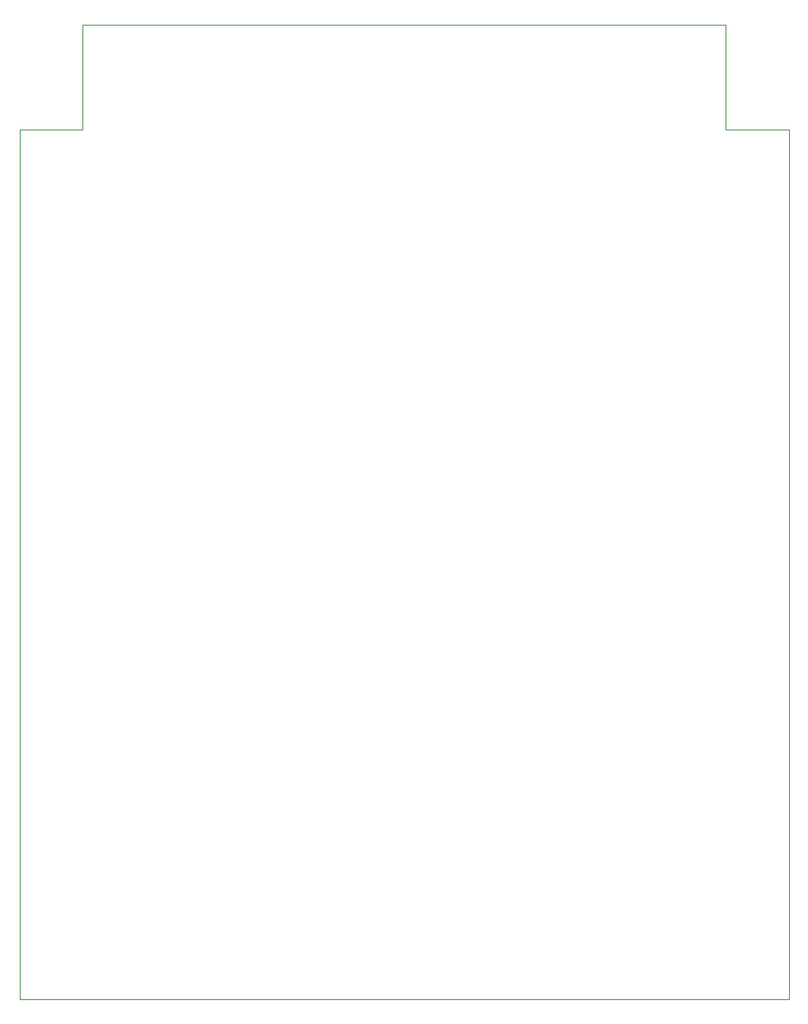
<source format=gm1>
G04 #@! TF.GenerationSoftware,KiCad,Pcbnew,(5.1.9)-1*
G04 #@! TF.CreationDate,2023-05-17T23:02:02+09:00*
G04 #@! TF.ProjectId,MSX_SD,4d53585f-5344-42e6-9b69-6361645f7063,rev?*
G04 #@! TF.SameCoordinates,PX53920b0PY93c3260*
G04 #@! TF.FileFunction,Profile,NP*
%FSLAX46Y46*%
G04 Gerber Fmt 4.6, Leading zero omitted, Abs format (unit mm)*
G04 Created by KiCad (PCBNEW (5.1.9)-1) date 2023-05-17 23:02:02*
%MOMM*%
%LPD*%
G01*
G04 APERTURE LIST*
G04 #@! TA.AperFunction,Profile*
%ADD10C,0.050000*%
G04 #@! TD*
G04 APERTURE END LIST*
D10*
X72517000Y89281000D02*
X78994000Y89281000D01*
X72517000Y100000000D02*
X72517000Y89281000D01*
X6477000Y89281000D02*
X0Y89281000D01*
X6477000Y100000000D02*
X6477000Y89281000D01*
X0Y89281000D02*
X0Y0D01*
X79000000Y0D02*
X78994000Y89281000D01*
X0Y0D02*
X79000000Y0D01*
X72517000Y100000000D02*
X6477000Y100000000D01*
M02*

</source>
